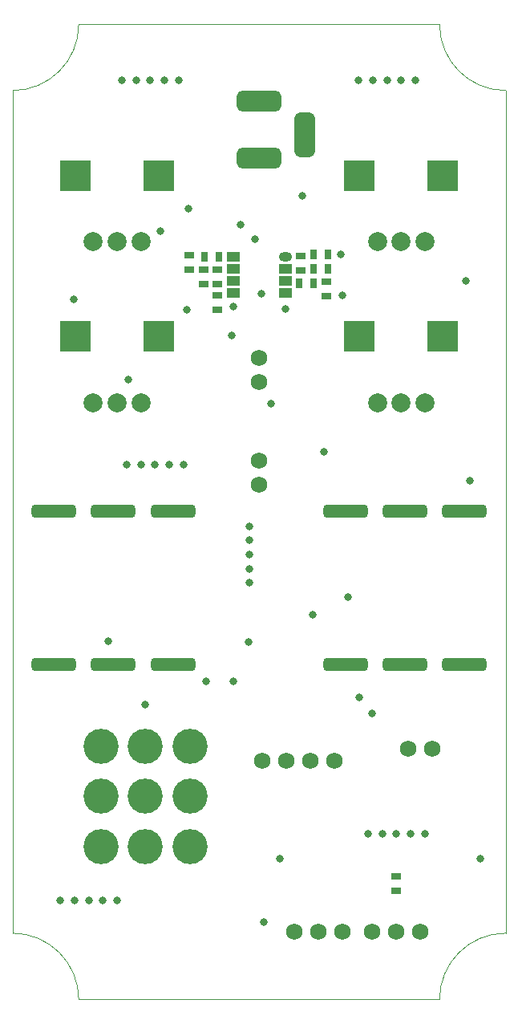
<source format=gbs>
G04*
G04 #@! TF.GenerationSoftware,Altium Limited,Altium Designer,21.6.4 (81)*
G04*
G04 Layer_Color=16711935*
%FSAX44Y44*%
%MOMM*%
G71*
G04*
G04 #@! TF.SameCoordinates,1A77CDA6-7C2D-4FE3-B1CB-ECEED33A992D*
G04*
G04*
G04 #@! TF.FilePolarity,Negative*
G04*
G01*
G75*
%ADD14C,0.0500*%
%ADD34R,0.8032X1.1032*%
%ADD35R,1.1032X0.8032*%
%ADD38R,1.4032X1.0032*%
%ADD39O,1.4032X1.0032*%
%ADD43C,1.7272*%
G04:AMPARAMS|DCode=44|XSize=4.7032mm|YSize=1.4032mm|CornerRadius=0.4016mm|HoleSize=0mm|Usage=FLASHONLY|Rotation=0.000|XOffset=0mm|YOffset=0mm|HoleType=Round|Shape=RoundedRectangle|*
%AMROUNDEDRECTD44*
21,1,4.7032,0.6000,0,0,0.0*
21,1,3.9000,1.4032,0,0,0.0*
1,1,0.8032,1.9500,-0.3000*
1,1,0.8032,-1.9500,-0.3000*
1,1,0.8032,-1.9500,0.3000*
1,1,0.8032,1.9500,0.3000*
%
%ADD44ROUNDEDRECTD44*%
%ADD45R,3.2032X3.2032*%
%ADD46C,2.0032*%
G04:AMPARAMS|DCode=47|XSize=4.7032mm|YSize=2.2032mm|CornerRadius=0.6016mm|HoleSize=0mm|Usage=FLASHONLY|Rotation=90.000|XOffset=0mm|YOffset=0mm|HoleType=Round|Shape=RoundedRectangle|*
%AMROUNDEDRECTD47*
21,1,4.7032,1.0000,0,0,90.0*
21,1,3.5000,2.2032,0,0,90.0*
1,1,1.2032,0.5000,1.7500*
1,1,1.2032,0.5000,-1.7500*
1,1,1.2032,-0.5000,-1.7500*
1,1,1.2032,-0.5000,1.7500*
%
%ADD47ROUNDEDRECTD47*%
G04:AMPARAMS|DCode=48|XSize=4.7032mm|YSize=2.2032mm|CornerRadius=0.6016mm|HoleSize=0mm|Usage=FLASHONLY|Rotation=180.000|XOffset=0mm|YOffset=0mm|HoleType=Round|Shape=RoundedRectangle|*
%AMROUNDEDRECTD48*
21,1,4.7032,1.0000,0,0,180.0*
21,1,3.5000,2.2032,0,0,180.0*
1,1,1.2032,-1.7500,0.5000*
1,1,1.2032,1.7500,0.5000*
1,1,1.2032,1.7500,-0.5000*
1,1,1.2032,-1.7500,-0.5000*
%
%ADD48ROUNDEDRECTD48*%
%ADD49C,3.7032*%
%ADD50C,0.8032*%
D14*
X00940500Y01264350D02*
G03*
X01010350Y01194500I00069850J00000000D01*
G01*
X00489650D02*
G03*
X00559500Y01264350I00000000J00069850D01*
G01*
X01010350Y00305500D02*
G03*
X00940500Y00235650I00000000J-00069850D01*
G01*
X00559500D02*
G03*
X00489650Y00305500I-00069850J00000000D01*
G01*
X01010350D02*
X01010350Y01194500D01*
X00559500Y01264350D02*
X00940500D01*
X00489650Y00305500D02*
X00489650Y01194500D01*
X00559500Y00235650D02*
X00940500D01*
D34*
X00807500Y01021500D02*
D03*
X00822500D02*
D03*
X00692500Y01019000D02*
D03*
X00707500D02*
D03*
X00807500Y00991500D02*
D03*
X00792500D02*
D03*
X00807500Y01006500D02*
D03*
X00822500D02*
D03*
D35*
X00894750Y00350500D02*
D03*
Y00365500D02*
D03*
X00676000Y01020500D02*
D03*
Y01005500D02*
D03*
X00821000Y00978000D02*
D03*
Y00993000D02*
D03*
X00706000Y00963500D02*
D03*
Y00978500D02*
D03*
Y00990500D02*
D03*
Y01005500D02*
D03*
X00691000Y00990500D02*
D03*
Y01005500D02*
D03*
X00794000Y01004750D02*
D03*
Y01019750D02*
D03*
D38*
X00777500Y01006350D02*
D03*
Y00993650D02*
D03*
Y00980950D02*
D03*
X00722500Y01019050D02*
D03*
Y01006350D02*
D03*
Y00993650D02*
D03*
Y00980950D02*
D03*
D39*
X00777500Y01019050D02*
D03*
D43*
X00753500Y00487750D02*
D03*
X00829700D02*
D03*
X00804300D02*
D03*
X00778900D02*
D03*
X00750000Y00887300D02*
D03*
Y00912700D02*
D03*
Y00804200D02*
D03*
Y00778800D02*
D03*
X00837650Y00307000D02*
D03*
X00812250D02*
D03*
X00786850D02*
D03*
X00869500D02*
D03*
X00894900D02*
D03*
X00920300D02*
D03*
X00907300Y00500000D02*
D03*
X00932700D02*
D03*
D44*
X00596000Y00751000D02*
D03*
Y00589000D02*
D03*
X00659000Y00751000D02*
D03*
Y00589000D02*
D03*
X00533000Y00751000D02*
D03*
Y00589000D02*
D03*
X00904000D02*
D03*
Y00751000D02*
D03*
X00841000Y00589000D02*
D03*
Y00751000D02*
D03*
X00967000Y00589000D02*
D03*
Y00751000D02*
D03*
D45*
X00944000Y00935000D02*
D03*
X00856000D02*
D03*
X00644000Y01105000D02*
D03*
X00556000D02*
D03*
X00644000Y00935000D02*
D03*
X00556000D02*
D03*
X00944000Y01105000D02*
D03*
X00856000D02*
D03*
D46*
X00875000Y00865000D02*
D03*
X00925000D02*
D03*
X00900000D02*
D03*
X00575000Y01035000D02*
D03*
X00625000D02*
D03*
X00600000D02*
D03*
X00575000Y00865000D02*
D03*
X00625000D02*
D03*
X00600000D02*
D03*
X00875000Y01035000D02*
D03*
X00925000D02*
D03*
X00900000D02*
D03*
D47*
X00798000Y01148000D02*
D03*
D48*
X00750000Y01123000D02*
D03*
Y01183000D02*
D03*
D49*
X00630000Y00503000D02*
D03*
Y00397000D02*
D03*
Y00450000D02*
D03*
X00677000Y00503000D02*
D03*
Y00397000D02*
D03*
Y00450000D02*
D03*
X00583000Y00503000D02*
D03*
Y00397000D02*
D03*
Y00450000D02*
D03*
D50*
X00740000Y00675000D02*
D03*
Y00690000D02*
D03*
Y00705000D02*
D03*
Y00720000D02*
D03*
Y00735000D02*
D03*
X00540000Y00340000D02*
D03*
X00555000D02*
D03*
X00570000D02*
D03*
X00585000D02*
D03*
X00600000D02*
D03*
X00865000Y00410000D02*
D03*
X00880000D02*
D03*
X00895000D02*
D03*
X00910000D02*
D03*
X00925000D02*
D03*
X00610000Y00800000D02*
D03*
X00625000D02*
D03*
X00640000D02*
D03*
X00655000D02*
D03*
X00670000D02*
D03*
X00855000Y01205000D02*
D03*
X00870000D02*
D03*
X00885000D02*
D03*
X00900000D02*
D03*
X00915000D02*
D03*
X00665000D02*
D03*
X00650000D02*
D03*
X00635000D02*
D03*
X00620000D02*
D03*
X00605000D02*
D03*
X00968250Y00993500D02*
D03*
X00777524Y00964154D02*
D03*
X00838283Y00978232D02*
D03*
X00646000Y01045750D02*
D03*
X00612000Y00889750D02*
D03*
X00738750Y00613000D02*
D03*
X00630000Y00546500D02*
D03*
X00855500Y00554500D02*
D03*
X00795750Y01083250D02*
D03*
X00675250Y01069750D02*
D03*
X00983498Y00384455D02*
D03*
X00590500Y00613500D02*
D03*
X00694000Y00571000D02*
D03*
X00722500Y00571250D02*
D03*
X00755000Y00317500D02*
D03*
X00762250Y00863750D02*
D03*
X00972500Y00782500D02*
D03*
X00721211Y00935940D02*
D03*
X00554500Y00974250D02*
D03*
X00730000Y01053000D02*
D03*
X00772000Y00384250D02*
D03*
X00673750Y00963000D02*
D03*
X00722500Y00967000D02*
D03*
X00844000Y00659750D02*
D03*
X00818000Y00813250D02*
D03*
X00745500Y01038000D02*
D03*
X00869500Y00537500D02*
D03*
X00806500Y00641250D02*
D03*
X00836000Y01021500D02*
D03*
X00752250Y00980500D02*
D03*
M02*

</source>
